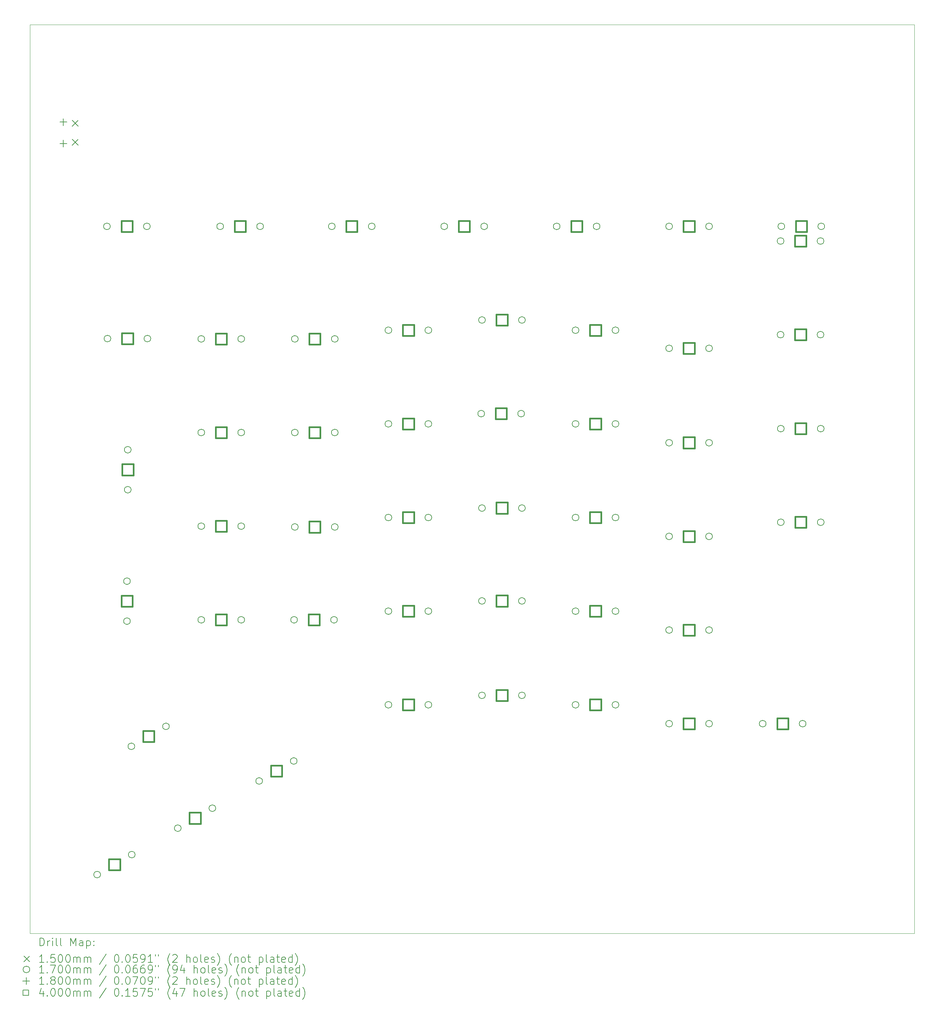
<source format=gbr>
%TF.GenerationSoftware,KiCad,Pcbnew,6.0.9-8da3e8f707~116~ubuntu20.04.1*%
%TF.CreationDate,2022-11-04T12:27:43+01:00*%
%TF.ProjectId,98keys-right,39386b65-7973-42d7-9269-6768742e6b69,rev?*%
%TF.SameCoordinates,Original*%
%TF.FileFunction,Drillmap*%
%TF.FilePolarity,Positive*%
%FSLAX45Y45*%
G04 Gerber Fmt 4.5, Leading zero omitted, Abs format (unit mm)*
G04 Created by KiCad (PCBNEW 6.0.9-8da3e8f707~116~ubuntu20.04.1) date 2022-11-04 12:27:43*
%MOMM*%
%LPD*%
G01*
G04 APERTURE LIST*
%ADD10C,0.100000*%
%ADD11C,0.200000*%
%ADD12C,0.150000*%
%ADD13C,0.170000*%
%ADD14C,0.180000*%
%ADD15C,0.400000*%
G04 APERTURE END LIST*
D10*
X6600000Y-2300000D02*
X29100000Y-2300000D01*
X29100000Y-2300000D02*
X29100000Y-25400000D01*
X29100000Y-25400000D02*
X6600000Y-25400000D01*
X6600000Y-25400000D02*
X6600000Y-2300000D01*
D11*
D12*
X7678000Y-4732500D02*
X7828000Y-4882500D01*
X7828000Y-4732500D02*
X7678000Y-4882500D01*
X7678000Y-5217500D02*
X7828000Y-5367500D01*
X7828000Y-5217500D02*
X7678000Y-5367500D01*
D13*
X8395059Y-23904001D02*
G75*
G03*
X8395059Y-23904001I-85000J0D01*
G01*
X8643000Y-7427960D02*
G75*
G03*
X8643000Y-7427960I-85000J0D01*
G01*
X8657000Y-10279960D02*
G75*
G03*
X8657000Y-10279960I-85000J0D01*
G01*
X9153000Y-16445960D02*
G75*
G03*
X9153000Y-16445960I-85000J0D01*
G01*
X9153000Y-17461960D02*
G75*
G03*
X9153000Y-17461960I-85000J0D01*
G01*
X9173000Y-13105960D02*
G75*
G03*
X9173000Y-13105960I-85000J0D01*
G01*
X9173000Y-14121960D02*
G75*
G03*
X9173000Y-14121960I-85000J0D01*
G01*
X9265059Y-20644001D02*
G75*
G03*
X9265059Y-20644001I-85000J0D01*
G01*
X9274941Y-23396001D02*
G75*
G03*
X9274941Y-23396001I-85000J0D01*
G01*
X9659000Y-7427960D02*
G75*
G03*
X9659000Y-7427960I-85000J0D01*
G01*
X9673000Y-10279960D02*
G75*
G03*
X9673000Y-10279960I-85000J0D01*
G01*
X10144941Y-20136001D02*
G75*
G03*
X10144941Y-20136001I-85000J0D01*
G01*
X10445059Y-22724001D02*
G75*
G03*
X10445059Y-22724001I-85000J0D01*
G01*
X11043000Y-10287960D02*
G75*
G03*
X11043000Y-10287960I-85000J0D01*
G01*
X11043000Y-12667960D02*
G75*
G03*
X11043000Y-12667960I-85000J0D01*
G01*
X11043000Y-15047960D02*
G75*
G03*
X11043000Y-15047960I-85000J0D01*
G01*
X11043000Y-17427960D02*
G75*
G03*
X11043000Y-17427960I-85000J0D01*
G01*
X11324940Y-22216001D02*
G75*
G03*
X11324940Y-22216001I-85000J0D01*
G01*
X11523000Y-7427960D02*
G75*
G03*
X11523000Y-7427960I-85000J0D01*
G01*
X12059000Y-10287960D02*
G75*
G03*
X12059000Y-10287960I-85000J0D01*
G01*
X12059000Y-12667960D02*
G75*
G03*
X12059000Y-12667960I-85000J0D01*
G01*
X12059000Y-15047960D02*
G75*
G03*
X12059000Y-15047960I-85000J0D01*
G01*
X12059000Y-17427960D02*
G75*
G03*
X12059000Y-17427960I-85000J0D01*
G01*
X12515059Y-21524001D02*
G75*
G03*
X12515059Y-21524001I-85000J0D01*
G01*
X12539000Y-7427960D02*
G75*
G03*
X12539000Y-7427960I-85000J0D01*
G01*
X13394940Y-21016001D02*
G75*
G03*
X13394940Y-21016001I-85000J0D01*
G01*
X13403000Y-17427960D02*
G75*
G03*
X13403000Y-17427960I-85000J0D01*
G01*
X13423000Y-10287960D02*
G75*
G03*
X13423000Y-10287960I-85000J0D01*
G01*
X13423000Y-12667960D02*
G75*
G03*
X13423000Y-12667960I-85000J0D01*
G01*
X13423000Y-15067960D02*
G75*
G03*
X13423000Y-15067960I-85000J0D01*
G01*
X14363000Y-7427960D02*
G75*
G03*
X14363000Y-7427960I-85000J0D01*
G01*
X14419000Y-17427960D02*
G75*
G03*
X14419000Y-17427960I-85000J0D01*
G01*
X14439000Y-10287960D02*
G75*
G03*
X14439000Y-10287960I-85000J0D01*
G01*
X14439000Y-12667960D02*
G75*
G03*
X14439000Y-12667960I-85000J0D01*
G01*
X14439000Y-15067960D02*
G75*
G03*
X14439000Y-15067960I-85000J0D01*
G01*
X15379000Y-7427960D02*
G75*
G03*
X15379000Y-7427960I-85000J0D01*
G01*
X15803000Y-10067960D02*
G75*
G03*
X15803000Y-10067960I-85000J0D01*
G01*
X15803000Y-12447960D02*
G75*
G03*
X15803000Y-12447960I-85000J0D01*
G01*
X15803000Y-14827960D02*
G75*
G03*
X15803000Y-14827960I-85000J0D01*
G01*
X15803000Y-17207960D02*
G75*
G03*
X15803000Y-17207960I-85000J0D01*
G01*
X15803000Y-19587960D02*
G75*
G03*
X15803000Y-19587960I-85000J0D01*
G01*
X16819000Y-10067960D02*
G75*
G03*
X16819000Y-10067960I-85000J0D01*
G01*
X16819000Y-12447960D02*
G75*
G03*
X16819000Y-12447960I-85000J0D01*
G01*
X16819000Y-14827960D02*
G75*
G03*
X16819000Y-14827960I-85000J0D01*
G01*
X16819000Y-17207960D02*
G75*
G03*
X16819000Y-17207960I-85000J0D01*
G01*
X16819000Y-19587960D02*
G75*
G03*
X16819000Y-19587960I-85000J0D01*
G01*
X17223000Y-7427960D02*
G75*
G03*
X17223000Y-7427960I-85000J0D01*
G01*
X18163000Y-12187960D02*
G75*
G03*
X18163000Y-12187960I-85000J0D01*
G01*
X18183000Y-9807960D02*
G75*
G03*
X18183000Y-9807960I-85000J0D01*
G01*
X18183000Y-14587960D02*
G75*
G03*
X18183000Y-14587960I-85000J0D01*
G01*
X18183000Y-16947960D02*
G75*
G03*
X18183000Y-16947960I-85000J0D01*
G01*
X18183000Y-19347960D02*
G75*
G03*
X18183000Y-19347960I-85000J0D01*
G01*
X18239000Y-7427960D02*
G75*
G03*
X18239000Y-7427960I-85000J0D01*
G01*
X19179000Y-12187960D02*
G75*
G03*
X19179000Y-12187960I-85000J0D01*
G01*
X19199000Y-9807960D02*
G75*
G03*
X19199000Y-9807960I-85000J0D01*
G01*
X19199000Y-14587960D02*
G75*
G03*
X19199000Y-14587960I-85000J0D01*
G01*
X19199000Y-16947960D02*
G75*
G03*
X19199000Y-16947960I-85000J0D01*
G01*
X19199000Y-19347960D02*
G75*
G03*
X19199000Y-19347960I-85000J0D01*
G01*
X20083000Y-7427960D02*
G75*
G03*
X20083000Y-7427960I-85000J0D01*
G01*
X20563000Y-10067960D02*
G75*
G03*
X20563000Y-10067960I-85000J0D01*
G01*
X20563000Y-12447960D02*
G75*
G03*
X20563000Y-12447960I-85000J0D01*
G01*
X20563000Y-14827960D02*
G75*
G03*
X20563000Y-14827960I-85000J0D01*
G01*
X20563000Y-17207960D02*
G75*
G03*
X20563000Y-17207960I-85000J0D01*
G01*
X20563000Y-19587960D02*
G75*
G03*
X20563000Y-19587960I-85000J0D01*
G01*
X21099000Y-7427960D02*
G75*
G03*
X21099000Y-7427960I-85000J0D01*
G01*
X21579000Y-10067960D02*
G75*
G03*
X21579000Y-10067960I-85000J0D01*
G01*
X21579000Y-12447960D02*
G75*
G03*
X21579000Y-12447960I-85000J0D01*
G01*
X21579000Y-14827960D02*
G75*
G03*
X21579000Y-14827960I-85000J0D01*
G01*
X21579000Y-17207960D02*
G75*
G03*
X21579000Y-17207960I-85000J0D01*
G01*
X21579000Y-19587960D02*
G75*
G03*
X21579000Y-19587960I-85000J0D01*
G01*
X22943000Y-7427960D02*
G75*
G03*
X22943000Y-7427960I-85000J0D01*
G01*
X22943000Y-10527960D02*
G75*
G03*
X22943000Y-10527960I-85000J0D01*
G01*
X22943000Y-12927960D02*
G75*
G03*
X22943000Y-12927960I-85000J0D01*
G01*
X22943000Y-15307960D02*
G75*
G03*
X22943000Y-15307960I-85000J0D01*
G01*
X22943000Y-17687960D02*
G75*
G03*
X22943000Y-17687960I-85000J0D01*
G01*
X22943000Y-20067960D02*
G75*
G03*
X22943000Y-20067960I-85000J0D01*
G01*
X23959000Y-7427960D02*
G75*
G03*
X23959000Y-7427960I-85000J0D01*
G01*
X23959000Y-10527960D02*
G75*
G03*
X23959000Y-10527960I-85000J0D01*
G01*
X23959000Y-12927960D02*
G75*
G03*
X23959000Y-12927960I-85000J0D01*
G01*
X23959000Y-15307960D02*
G75*
G03*
X23959000Y-15307960I-85000J0D01*
G01*
X23959000Y-17687960D02*
G75*
G03*
X23959000Y-17687960I-85000J0D01*
G01*
X23959000Y-20067960D02*
G75*
G03*
X23959000Y-20067960I-85000J0D01*
G01*
X25323000Y-20067960D02*
G75*
G03*
X25323000Y-20067960I-85000J0D01*
G01*
X25778000Y-7800500D02*
G75*
G03*
X25778000Y-7800500I-85000J0D01*
G01*
X25778000Y-10180500D02*
G75*
G03*
X25778000Y-10180500I-85000J0D01*
G01*
X25784000Y-12568500D02*
G75*
G03*
X25784000Y-12568500I-85000J0D01*
G01*
X25784000Y-14948500D02*
G75*
G03*
X25784000Y-14948500I-85000J0D01*
G01*
X25797000Y-7427960D02*
G75*
G03*
X25797000Y-7427960I-85000J0D01*
G01*
X26339000Y-20067960D02*
G75*
G03*
X26339000Y-20067960I-85000J0D01*
G01*
X26794000Y-7800500D02*
G75*
G03*
X26794000Y-7800500I-85000J0D01*
G01*
X26794000Y-10180500D02*
G75*
G03*
X26794000Y-10180500I-85000J0D01*
G01*
X26800000Y-12568500D02*
G75*
G03*
X26800000Y-12568500I-85000J0D01*
G01*
X26800000Y-14948500D02*
G75*
G03*
X26800000Y-14948500I-85000J0D01*
G01*
X26813000Y-7427960D02*
G75*
G03*
X26813000Y-7427960I-85000J0D01*
G01*
D14*
X7450000Y-4687500D02*
X7450000Y-4867500D01*
X7360000Y-4777500D02*
X7540000Y-4777500D01*
X7450000Y-5232500D02*
X7450000Y-5412500D01*
X7360000Y-5322500D02*
X7540000Y-5322500D01*
D15*
X8891422Y-23791424D02*
X8891422Y-23508578D01*
X8608577Y-23508578D01*
X8608577Y-23791424D01*
X8891422Y-23791424D01*
X9207423Y-7569383D02*
X9207423Y-7286537D01*
X8924577Y-7286537D01*
X8924577Y-7569383D01*
X9207423Y-7569383D01*
X9209423Y-17095383D02*
X9209423Y-16812537D01*
X8926577Y-16812537D01*
X8926577Y-17095383D01*
X9209423Y-17095383D01*
X9221423Y-10421383D02*
X9221423Y-10138537D01*
X8938577Y-10138537D01*
X8938577Y-10421383D01*
X9221423Y-10421383D01*
X9229423Y-13755383D02*
X9229423Y-13472537D01*
X8946577Y-13472537D01*
X8946577Y-13755383D01*
X9229423Y-13755383D01*
X9761422Y-20531424D02*
X9761422Y-20248578D01*
X9478577Y-20248578D01*
X9478577Y-20531424D01*
X9761422Y-20531424D01*
X10941422Y-22611424D02*
X10941422Y-22328578D01*
X10658577Y-22328578D01*
X10658577Y-22611424D01*
X10941422Y-22611424D01*
X11607423Y-10429383D02*
X11607423Y-10146537D01*
X11324577Y-10146537D01*
X11324577Y-10429383D01*
X11607423Y-10429383D01*
X11607423Y-12809383D02*
X11607423Y-12526537D01*
X11324577Y-12526537D01*
X11324577Y-12809383D01*
X11607423Y-12809383D01*
X11607423Y-15189383D02*
X11607423Y-14906537D01*
X11324577Y-14906537D01*
X11324577Y-15189383D01*
X11607423Y-15189383D01*
X11607423Y-17569383D02*
X11607423Y-17286537D01*
X11324577Y-17286537D01*
X11324577Y-17569383D01*
X11607423Y-17569383D01*
X12087423Y-7569383D02*
X12087423Y-7286537D01*
X11804577Y-7286537D01*
X11804577Y-7569383D01*
X12087423Y-7569383D01*
X13011422Y-21411424D02*
X13011422Y-21128578D01*
X12728577Y-21128578D01*
X12728577Y-21411424D01*
X13011422Y-21411424D01*
X13967423Y-17569383D02*
X13967423Y-17286537D01*
X13684577Y-17286537D01*
X13684577Y-17569383D01*
X13967423Y-17569383D01*
X13987423Y-10429383D02*
X13987423Y-10146537D01*
X13704577Y-10146537D01*
X13704577Y-10429383D01*
X13987423Y-10429383D01*
X13987423Y-12809383D02*
X13987423Y-12526537D01*
X13704577Y-12526537D01*
X13704577Y-12809383D01*
X13987423Y-12809383D01*
X13987423Y-15209383D02*
X13987423Y-14926537D01*
X13704577Y-14926537D01*
X13704577Y-15209383D01*
X13987423Y-15209383D01*
X14927423Y-7569383D02*
X14927423Y-7286537D01*
X14644577Y-7286537D01*
X14644577Y-7569383D01*
X14927423Y-7569383D01*
X16367423Y-10209383D02*
X16367423Y-9926537D01*
X16084577Y-9926537D01*
X16084577Y-10209383D01*
X16367423Y-10209383D01*
X16367423Y-12589383D02*
X16367423Y-12306537D01*
X16084577Y-12306537D01*
X16084577Y-12589383D01*
X16367423Y-12589383D01*
X16367423Y-14969383D02*
X16367423Y-14686537D01*
X16084577Y-14686537D01*
X16084577Y-14969383D01*
X16367423Y-14969383D01*
X16367423Y-17349383D02*
X16367423Y-17066537D01*
X16084577Y-17066537D01*
X16084577Y-17349383D01*
X16367423Y-17349383D01*
X16367423Y-19729383D02*
X16367423Y-19446537D01*
X16084577Y-19446537D01*
X16084577Y-19729383D01*
X16367423Y-19729383D01*
X17787423Y-7569383D02*
X17787423Y-7286537D01*
X17504577Y-7286537D01*
X17504577Y-7569383D01*
X17787423Y-7569383D01*
X18727423Y-12329383D02*
X18727423Y-12046537D01*
X18444577Y-12046537D01*
X18444577Y-12329383D01*
X18727423Y-12329383D01*
X18747423Y-9949383D02*
X18747423Y-9666537D01*
X18464577Y-9666537D01*
X18464577Y-9949383D01*
X18747423Y-9949383D01*
X18747423Y-14729383D02*
X18747423Y-14446537D01*
X18464577Y-14446537D01*
X18464577Y-14729383D01*
X18747423Y-14729383D01*
X18747423Y-17089383D02*
X18747423Y-16806537D01*
X18464577Y-16806537D01*
X18464577Y-17089383D01*
X18747423Y-17089383D01*
X18747423Y-19489383D02*
X18747423Y-19206537D01*
X18464577Y-19206537D01*
X18464577Y-19489383D01*
X18747423Y-19489383D01*
X20647423Y-7569383D02*
X20647423Y-7286537D01*
X20364577Y-7286537D01*
X20364577Y-7569383D01*
X20647423Y-7569383D01*
X21127423Y-10209383D02*
X21127423Y-9926537D01*
X20844577Y-9926537D01*
X20844577Y-10209383D01*
X21127423Y-10209383D01*
X21127423Y-12589383D02*
X21127423Y-12306537D01*
X20844577Y-12306537D01*
X20844577Y-12589383D01*
X21127423Y-12589383D01*
X21127423Y-14969383D02*
X21127423Y-14686537D01*
X20844577Y-14686537D01*
X20844577Y-14969383D01*
X21127423Y-14969383D01*
X21127423Y-17349383D02*
X21127423Y-17066537D01*
X20844577Y-17066537D01*
X20844577Y-17349383D01*
X21127423Y-17349383D01*
X21127423Y-19729383D02*
X21127423Y-19446537D01*
X20844577Y-19446537D01*
X20844577Y-19729383D01*
X21127423Y-19729383D01*
X23507423Y-7569383D02*
X23507423Y-7286537D01*
X23224577Y-7286537D01*
X23224577Y-7569383D01*
X23507423Y-7569383D01*
X23507423Y-10669383D02*
X23507423Y-10386537D01*
X23224577Y-10386537D01*
X23224577Y-10669383D01*
X23507423Y-10669383D01*
X23507423Y-13069383D02*
X23507423Y-12786537D01*
X23224577Y-12786537D01*
X23224577Y-13069383D01*
X23507423Y-13069383D01*
X23507423Y-15449383D02*
X23507423Y-15166537D01*
X23224577Y-15166537D01*
X23224577Y-15449383D01*
X23507423Y-15449383D01*
X23507423Y-17829383D02*
X23507423Y-17546537D01*
X23224577Y-17546537D01*
X23224577Y-17829383D01*
X23507423Y-17829383D01*
X23507423Y-20209383D02*
X23507423Y-19926537D01*
X23224577Y-19926537D01*
X23224577Y-20209383D01*
X23507423Y-20209383D01*
X25887423Y-20209383D02*
X25887423Y-19926537D01*
X25604577Y-19926537D01*
X25604577Y-20209383D01*
X25887423Y-20209383D01*
X26342423Y-7941923D02*
X26342423Y-7659077D01*
X26059577Y-7659077D01*
X26059577Y-7941923D01*
X26342423Y-7941923D01*
X26342423Y-10321923D02*
X26342423Y-10039077D01*
X26059577Y-10039077D01*
X26059577Y-10321923D01*
X26342423Y-10321923D01*
X26348423Y-12709923D02*
X26348423Y-12427077D01*
X26065577Y-12427077D01*
X26065577Y-12709923D01*
X26348423Y-12709923D01*
X26348423Y-15089923D02*
X26348423Y-14807077D01*
X26065577Y-14807077D01*
X26065577Y-15089923D01*
X26348423Y-15089923D01*
X26361423Y-7569383D02*
X26361423Y-7286537D01*
X26078577Y-7286537D01*
X26078577Y-7569383D01*
X26361423Y-7569383D01*
D11*
X6852619Y-25715476D02*
X6852619Y-25515476D01*
X6900238Y-25515476D01*
X6928809Y-25525000D01*
X6947857Y-25544048D01*
X6957381Y-25563095D01*
X6966905Y-25601190D01*
X6966905Y-25629762D01*
X6957381Y-25667857D01*
X6947857Y-25686905D01*
X6928809Y-25705952D01*
X6900238Y-25715476D01*
X6852619Y-25715476D01*
X7052619Y-25715476D02*
X7052619Y-25582143D01*
X7052619Y-25620238D02*
X7062143Y-25601190D01*
X7071667Y-25591667D01*
X7090714Y-25582143D01*
X7109762Y-25582143D01*
X7176428Y-25715476D02*
X7176428Y-25582143D01*
X7176428Y-25515476D02*
X7166905Y-25525000D01*
X7176428Y-25534524D01*
X7185952Y-25525000D01*
X7176428Y-25515476D01*
X7176428Y-25534524D01*
X7300238Y-25715476D02*
X7281190Y-25705952D01*
X7271667Y-25686905D01*
X7271667Y-25515476D01*
X7405000Y-25715476D02*
X7385952Y-25705952D01*
X7376428Y-25686905D01*
X7376428Y-25515476D01*
X7633571Y-25715476D02*
X7633571Y-25515476D01*
X7700238Y-25658333D01*
X7766905Y-25515476D01*
X7766905Y-25715476D01*
X7947857Y-25715476D02*
X7947857Y-25610714D01*
X7938333Y-25591667D01*
X7919286Y-25582143D01*
X7881190Y-25582143D01*
X7862143Y-25591667D01*
X7947857Y-25705952D02*
X7928809Y-25715476D01*
X7881190Y-25715476D01*
X7862143Y-25705952D01*
X7852619Y-25686905D01*
X7852619Y-25667857D01*
X7862143Y-25648809D01*
X7881190Y-25639286D01*
X7928809Y-25639286D01*
X7947857Y-25629762D01*
X8043095Y-25582143D02*
X8043095Y-25782143D01*
X8043095Y-25591667D02*
X8062143Y-25582143D01*
X8100238Y-25582143D01*
X8119286Y-25591667D01*
X8128809Y-25601190D01*
X8138333Y-25620238D01*
X8138333Y-25677381D01*
X8128809Y-25696428D01*
X8119286Y-25705952D01*
X8100238Y-25715476D01*
X8062143Y-25715476D01*
X8043095Y-25705952D01*
X8224048Y-25696428D02*
X8233571Y-25705952D01*
X8224048Y-25715476D01*
X8214524Y-25705952D01*
X8224048Y-25696428D01*
X8224048Y-25715476D01*
X8224048Y-25591667D02*
X8233571Y-25601190D01*
X8224048Y-25610714D01*
X8214524Y-25601190D01*
X8224048Y-25591667D01*
X8224048Y-25610714D01*
D12*
X6445000Y-25970000D02*
X6595000Y-26120000D01*
X6595000Y-25970000D02*
X6445000Y-26120000D01*
D11*
X6957381Y-26135476D02*
X6843095Y-26135476D01*
X6900238Y-26135476D02*
X6900238Y-25935476D01*
X6881190Y-25964048D01*
X6862143Y-25983095D01*
X6843095Y-25992619D01*
X7043095Y-26116428D02*
X7052619Y-26125952D01*
X7043095Y-26135476D01*
X7033571Y-26125952D01*
X7043095Y-26116428D01*
X7043095Y-26135476D01*
X7233571Y-25935476D02*
X7138333Y-25935476D01*
X7128809Y-26030714D01*
X7138333Y-26021190D01*
X7157381Y-26011667D01*
X7205000Y-26011667D01*
X7224048Y-26021190D01*
X7233571Y-26030714D01*
X7243095Y-26049762D01*
X7243095Y-26097381D01*
X7233571Y-26116428D01*
X7224048Y-26125952D01*
X7205000Y-26135476D01*
X7157381Y-26135476D01*
X7138333Y-26125952D01*
X7128809Y-26116428D01*
X7366905Y-25935476D02*
X7385952Y-25935476D01*
X7405000Y-25945000D01*
X7414524Y-25954524D01*
X7424048Y-25973571D01*
X7433571Y-26011667D01*
X7433571Y-26059286D01*
X7424048Y-26097381D01*
X7414524Y-26116428D01*
X7405000Y-26125952D01*
X7385952Y-26135476D01*
X7366905Y-26135476D01*
X7347857Y-26125952D01*
X7338333Y-26116428D01*
X7328809Y-26097381D01*
X7319286Y-26059286D01*
X7319286Y-26011667D01*
X7328809Y-25973571D01*
X7338333Y-25954524D01*
X7347857Y-25945000D01*
X7366905Y-25935476D01*
X7557381Y-25935476D02*
X7576428Y-25935476D01*
X7595476Y-25945000D01*
X7605000Y-25954524D01*
X7614524Y-25973571D01*
X7624048Y-26011667D01*
X7624048Y-26059286D01*
X7614524Y-26097381D01*
X7605000Y-26116428D01*
X7595476Y-26125952D01*
X7576428Y-26135476D01*
X7557381Y-26135476D01*
X7538333Y-26125952D01*
X7528809Y-26116428D01*
X7519286Y-26097381D01*
X7509762Y-26059286D01*
X7509762Y-26011667D01*
X7519286Y-25973571D01*
X7528809Y-25954524D01*
X7538333Y-25945000D01*
X7557381Y-25935476D01*
X7709762Y-26135476D02*
X7709762Y-26002143D01*
X7709762Y-26021190D02*
X7719286Y-26011667D01*
X7738333Y-26002143D01*
X7766905Y-26002143D01*
X7785952Y-26011667D01*
X7795476Y-26030714D01*
X7795476Y-26135476D01*
X7795476Y-26030714D02*
X7805000Y-26011667D01*
X7824048Y-26002143D01*
X7852619Y-26002143D01*
X7871667Y-26011667D01*
X7881190Y-26030714D01*
X7881190Y-26135476D01*
X7976428Y-26135476D02*
X7976428Y-26002143D01*
X7976428Y-26021190D02*
X7985952Y-26011667D01*
X8005000Y-26002143D01*
X8033571Y-26002143D01*
X8052619Y-26011667D01*
X8062143Y-26030714D01*
X8062143Y-26135476D01*
X8062143Y-26030714D02*
X8071667Y-26011667D01*
X8090714Y-26002143D01*
X8119286Y-26002143D01*
X8138333Y-26011667D01*
X8147857Y-26030714D01*
X8147857Y-26135476D01*
X8538333Y-25925952D02*
X8366905Y-26183095D01*
X8795476Y-25935476D02*
X8814524Y-25935476D01*
X8833571Y-25945000D01*
X8843095Y-25954524D01*
X8852619Y-25973571D01*
X8862143Y-26011667D01*
X8862143Y-26059286D01*
X8852619Y-26097381D01*
X8843095Y-26116428D01*
X8833571Y-26125952D01*
X8814524Y-26135476D01*
X8795476Y-26135476D01*
X8776429Y-26125952D01*
X8766905Y-26116428D01*
X8757381Y-26097381D01*
X8747857Y-26059286D01*
X8747857Y-26011667D01*
X8757381Y-25973571D01*
X8766905Y-25954524D01*
X8776429Y-25945000D01*
X8795476Y-25935476D01*
X8947857Y-26116428D02*
X8957381Y-26125952D01*
X8947857Y-26135476D01*
X8938333Y-26125952D01*
X8947857Y-26116428D01*
X8947857Y-26135476D01*
X9081190Y-25935476D02*
X9100238Y-25935476D01*
X9119286Y-25945000D01*
X9128810Y-25954524D01*
X9138333Y-25973571D01*
X9147857Y-26011667D01*
X9147857Y-26059286D01*
X9138333Y-26097381D01*
X9128810Y-26116428D01*
X9119286Y-26125952D01*
X9100238Y-26135476D01*
X9081190Y-26135476D01*
X9062143Y-26125952D01*
X9052619Y-26116428D01*
X9043095Y-26097381D01*
X9033571Y-26059286D01*
X9033571Y-26011667D01*
X9043095Y-25973571D01*
X9052619Y-25954524D01*
X9062143Y-25945000D01*
X9081190Y-25935476D01*
X9328810Y-25935476D02*
X9233571Y-25935476D01*
X9224048Y-26030714D01*
X9233571Y-26021190D01*
X9252619Y-26011667D01*
X9300238Y-26011667D01*
X9319286Y-26021190D01*
X9328810Y-26030714D01*
X9338333Y-26049762D01*
X9338333Y-26097381D01*
X9328810Y-26116428D01*
X9319286Y-26125952D01*
X9300238Y-26135476D01*
X9252619Y-26135476D01*
X9233571Y-26125952D01*
X9224048Y-26116428D01*
X9433571Y-26135476D02*
X9471667Y-26135476D01*
X9490714Y-26125952D01*
X9500238Y-26116428D01*
X9519286Y-26087857D01*
X9528810Y-26049762D01*
X9528810Y-25973571D01*
X9519286Y-25954524D01*
X9509762Y-25945000D01*
X9490714Y-25935476D01*
X9452619Y-25935476D01*
X9433571Y-25945000D01*
X9424048Y-25954524D01*
X9414524Y-25973571D01*
X9414524Y-26021190D01*
X9424048Y-26040238D01*
X9433571Y-26049762D01*
X9452619Y-26059286D01*
X9490714Y-26059286D01*
X9509762Y-26049762D01*
X9519286Y-26040238D01*
X9528810Y-26021190D01*
X9719286Y-26135476D02*
X9605000Y-26135476D01*
X9662143Y-26135476D02*
X9662143Y-25935476D01*
X9643095Y-25964048D01*
X9624048Y-25983095D01*
X9605000Y-25992619D01*
X9795476Y-25935476D02*
X9795476Y-25973571D01*
X9871667Y-25935476D02*
X9871667Y-25973571D01*
X10166905Y-26211667D02*
X10157381Y-26202143D01*
X10138333Y-26173571D01*
X10128810Y-26154524D01*
X10119286Y-26125952D01*
X10109762Y-26078333D01*
X10109762Y-26040238D01*
X10119286Y-25992619D01*
X10128810Y-25964048D01*
X10138333Y-25945000D01*
X10157381Y-25916428D01*
X10166905Y-25906905D01*
X10233571Y-25954524D02*
X10243095Y-25945000D01*
X10262143Y-25935476D01*
X10309762Y-25935476D01*
X10328810Y-25945000D01*
X10338333Y-25954524D01*
X10347857Y-25973571D01*
X10347857Y-25992619D01*
X10338333Y-26021190D01*
X10224048Y-26135476D01*
X10347857Y-26135476D01*
X10585952Y-26135476D02*
X10585952Y-25935476D01*
X10671667Y-26135476D02*
X10671667Y-26030714D01*
X10662143Y-26011667D01*
X10643095Y-26002143D01*
X10614524Y-26002143D01*
X10595476Y-26011667D01*
X10585952Y-26021190D01*
X10795476Y-26135476D02*
X10776429Y-26125952D01*
X10766905Y-26116428D01*
X10757381Y-26097381D01*
X10757381Y-26040238D01*
X10766905Y-26021190D01*
X10776429Y-26011667D01*
X10795476Y-26002143D01*
X10824048Y-26002143D01*
X10843095Y-26011667D01*
X10852619Y-26021190D01*
X10862143Y-26040238D01*
X10862143Y-26097381D01*
X10852619Y-26116428D01*
X10843095Y-26125952D01*
X10824048Y-26135476D01*
X10795476Y-26135476D01*
X10976429Y-26135476D02*
X10957381Y-26125952D01*
X10947857Y-26106905D01*
X10947857Y-25935476D01*
X11128810Y-26125952D02*
X11109762Y-26135476D01*
X11071667Y-26135476D01*
X11052619Y-26125952D01*
X11043095Y-26106905D01*
X11043095Y-26030714D01*
X11052619Y-26011667D01*
X11071667Y-26002143D01*
X11109762Y-26002143D01*
X11128810Y-26011667D01*
X11138333Y-26030714D01*
X11138333Y-26049762D01*
X11043095Y-26068809D01*
X11214524Y-26125952D02*
X11233571Y-26135476D01*
X11271667Y-26135476D01*
X11290714Y-26125952D01*
X11300238Y-26106905D01*
X11300238Y-26097381D01*
X11290714Y-26078333D01*
X11271667Y-26068809D01*
X11243095Y-26068809D01*
X11224048Y-26059286D01*
X11214524Y-26040238D01*
X11214524Y-26030714D01*
X11224048Y-26011667D01*
X11243095Y-26002143D01*
X11271667Y-26002143D01*
X11290714Y-26011667D01*
X11366905Y-26211667D02*
X11376428Y-26202143D01*
X11395476Y-26173571D01*
X11405000Y-26154524D01*
X11414524Y-26125952D01*
X11424048Y-26078333D01*
X11424048Y-26040238D01*
X11414524Y-25992619D01*
X11405000Y-25964048D01*
X11395476Y-25945000D01*
X11376428Y-25916428D01*
X11366905Y-25906905D01*
X11728809Y-26211667D02*
X11719286Y-26202143D01*
X11700238Y-26173571D01*
X11690714Y-26154524D01*
X11681190Y-26125952D01*
X11671667Y-26078333D01*
X11671667Y-26040238D01*
X11681190Y-25992619D01*
X11690714Y-25964048D01*
X11700238Y-25945000D01*
X11719286Y-25916428D01*
X11728809Y-25906905D01*
X11805000Y-26002143D02*
X11805000Y-26135476D01*
X11805000Y-26021190D02*
X11814524Y-26011667D01*
X11833571Y-26002143D01*
X11862143Y-26002143D01*
X11881190Y-26011667D01*
X11890714Y-26030714D01*
X11890714Y-26135476D01*
X12014524Y-26135476D02*
X11995476Y-26125952D01*
X11985952Y-26116428D01*
X11976428Y-26097381D01*
X11976428Y-26040238D01*
X11985952Y-26021190D01*
X11995476Y-26011667D01*
X12014524Y-26002143D01*
X12043095Y-26002143D01*
X12062143Y-26011667D01*
X12071667Y-26021190D01*
X12081190Y-26040238D01*
X12081190Y-26097381D01*
X12071667Y-26116428D01*
X12062143Y-26125952D01*
X12043095Y-26135476D01*
X12014524Y-26135476D01*
X12138333Y-26002143D02*
X12214524Y-26002143D01*
X12166905Y-25935476D02*
X12166905Y-26106905D01*
X12176428Y-26125952D01*
X12195476Y-26135476D01*
X12214524Y-26135476D01*
X12433571Y-26002143D02*
X12433571Y-26202143D01*
X12433571Y-26011667D02*
X12452619Y-26002143D01*
X12490714Y-26002143D01*
X12509762Y-26011667D01*
X12519286Y-26021190D01*
X12528809Y-26040238D01*
X12528809Y-26097381D01*
X12519286Y-26116428D01*
X12509762Y-26125952D01*
X12490714Y-26135476D01*
X12452619Y-26135476D01*
X12433571Y-26125952D01*
X12643095Y-26135476D02*
X12624048Y-26125952D01*
X12614524Y-26106905D01*
X12614524Y-25935476D01*
X12805000Y-26135476D02*
X12805000Y-26030714D01*
X12795476Y-26011667D01*
X12776428Y-26002143D01*
X12738333Y-26002143D01*
X12719286Y-26011667D01*
X12805000Y-26125952D02*
X12785952Y-26135476D01*
X12738333Y-26135476D01*
X12719286Y-26125952D01*
X12709762Y-26106905D01*
X12709762Y-26087857D01*
X12719286Y-26068809D01*
X12738333Y-26059286D01*
X12785952Y-26059286D01*
X12805000Y-26049762D01*
X12871667Y-26002143D02*
X12947857Y-26002143D01*
X12900238Y-25935476D02*
X12900238Y-26106905D01*
X12909762Y-26125952D01*
X12928809Y-26135476D01*
X12947857Y-26135476D01*
X13090714Y-26125952D02*
X13071667Y-26135476D01*
X13033571Y-26135476D01*
X13014524Y-26125952D01*
X13005000Y-26106905D01*
X13005000Y-26030714D01*
X13014524Y-26011667D01*
X13033571Y-26002143D01*
X13071667Y-26002143D01*
X13090714Y-26011667D01*
X13100238Y-26030714D01*
X13100238Y-26049762D01*
X13005000Y-26068809D01*
X13271667Y-26135476D02*
X13271667Y-25935476D01*
X13271667Y-26125952D02*
X13252619Y-26135476D01*
X13214524Y-26135476D01*
X13195476Y-26125952D01*
X13185952Y-26116428D01*
X13176428Y-26097381D01*
X13176428Y-26040238D01*
X13185952Y-26021190D01*
X13195476Y-26011667D01*
X13214524Y-26002143D01*
X13252619Y-26002143D01*
X13271667Y-26011667D01*
X13347857Y-26211667D02*
X13357381Y-26202143D01*
X13376428Y-26173571D01*
X13385952Y-26154524D01*
X13395476Y-26125952D01*
X13405000Y-26078333D01*
X13405000Y-26040238D01*
X13395476Y-25992619D01*
X13385952Y-25964048D01*
X13376428Y-25945000D01*
X13357381Y-25916428D01*
X13347857Y-25906905D01*
D13*
X6595000Y-26315000D02*
G75*
G03*
X6595000Y-26315000I-85000J0D01*
G01*
D11*
X6957381Y-26405476D02*
X6843095Y-26405476D01*
X6900238Y-26405476D02*
X6900238Y-26205476D01*
X6881190Y-26234048D01*
X6862143Y-26253095D01*
X6843095Y-26262619D01*
X7043095Y-26386428D02*
X7052619Y-26395952D01*
X7043095Y-26405476D01*
X7033571Y-26395952D01*
X7043095Y-26386428D01*
X7043095Y-26405476D01*
X7119286Y-26205476D02*
X7252619Y-26205476D01*
X7166905Y-26405476D01*
X7366905Y-26205476D02*
X7385952Y-26205476D01*
X7405000Y-26215000D01*
X7414524Y-26224524D01*
X7424048Y-26243571D01*
X7433571Y-26281667D01*
X7433571Y-26329286D01*
X7424048Y-26367381D01*
X7414524Y-26386428D01*
X7405000Y-26395952D01*
X7385952Y-26405476D01*
X7366905Y-26405476D01*
X7347857Y-26395952D01*
X7338333Y-26386428D01*
X7328809Y-26367381D01*
X7319286Y-26329286D01*
X7319286Y-26281667D01*
X7328809Y-26243571D01*
X7338333Y-26224524D01*
X7347857Y-26215000D01*
X7366905Y-26205476D01*
X7557381Y-26205476D02*
X7576428Y-26205476D01*
X7595476Y-26215000D01*
X7605000Y-26224524D01*
X7614524Y-26243571D01*
X7624048Y-26281667D01*
X7624048Y-26329286D01*
X7614524Y-26367381D01*
X7605000Y-26386428D01*
X7595476Y-26395952D01*
X7576428Y-26405476D01*
X7557381Y-26405476D01*
X7538333Y-26395952D01*
X7528809Y-26386428D01*
X7519286Y-26367381D01*
X7509762Y-26329286D01*
X7509762Y-26281667D01*
X7519286Y-26243571D01*
X7528809Y-26224524D01*
X7538333Y-26215000D01*
X7557381Y-26205476D01*
X7709762Y-26405476D02*
X7709762Y-26272143D01*
X7709762Y-26291190D02*
X7719286Y-26281667D01*
X7738333Y-26272143D01*
X7766905Y-26272143D01*
X7785952Y-26281667D01*
X7795476Y-26300714D01*
X7795476Y-26405476D01*
X7795476Y-26300714D02*
X7805000Y-26281667D01*
X7824048Y-26272143D01*
X7852619Y-26272143D01*
X7871667Y-26281667D01*
X7881190Y-26300714D01*
X7881190Y-26405476D01*
X7976428Y-26405476D02*
X7976428Y-26272143D01*
X7976428Y-26291190D02*
X7985952Y-26281667D01*
X8005000Y-26272143D01*
X8033571Y-26272143D01*
X8052619Y-26281667D01*
X8062143Y-26300714D01*
X8062143Y-26405476D01*
X8062143Y-26300714D02*
X8071667Y-26281667D01*
X8090714Y-26272143D01*
X8119286Y-26272143D01*
X8138333Y-26281667D01*
X8147857Y-26300714D01*
X8147857Y-26405476D01*
X8538333Y-26195952D02*
X8366905Y-26453095D01*
X8795476Y-26205476D02*
X8814524Y-26205476D01*
X8833571Y-26215000D01*
X8843095Y-26224524D01*
X8852619Y-26243571D01*
X8862143Y-26281667D01*
X8862143Y-26329286D01*
X8852619Y-26367381D01*
X8843095Y-26386428D01*
X8833571Y-26395952D01*
X8814524Y-26405476D01*
X8795476Y-26405476D01*
X8776429Y-26395952D01*
X8766905Y-26386428D01*
X8757381Y-26367381D01*
X8747857Y-26329286D01*
X8747857Y-26281667D01*
X8757381Y-26243571D01*
X8766905Y-26224524D01*
X8776429Y-26215000D01*
X8795476Y-26205476D01*
X8947857Y-26386428D02*
X8957381Y-26395952D01*
X8947857Y-26405476D01*
X8938333Y-26395952D01*
X8947857Y-26386428D01*
X8947857Y-26405476D01*
X9081190Y-26205476D02*
X9100238Y-26205476D01*
X9119286Y-26215000D01*
X9128810Y-26224524D01*
X9138333Y-26243571D01*
X9147857Y-26281667D01*
X9147857Y-26329286D01*
X9138333Y-26367381D01*
X9128810Y-26386428D01*
X9119286Y-26395952D01*
X9100238Y-26405476D01*
X9081190Y-26405476D01*
X9062143Y-26395952D01*
X9052619Y-26386428D01*
X9043095Y-26367381D01*
X9033571Y-26329286D01*
X9033571Y-26281667D01*
X9043095Y-26243571D01*
X9052619Y-26224524D01*
X9062143Y-26215000D01*
X9081190Y-26205476D01*
X9319286Y-26205476D02*
X9281190Y-26205476D01*
X9262143Y-26215000D01*
X9252619Y-26224524D01*
X9233571Y-26253095D01*
X9224048Y-26291190D01*
X9224048Y-26367381D01*
X9233571Y-26386428D01*
X9243095Y-26395952D01*
X9262143Y-26405476D01*
X9300238Y-26405476D01*
X9319286Y-26395952D01*
X9328810Y-26386428D01*
X9338333Y-26367381D01*
X9338333Y-26319762D01*
X9328810Y-26300714D01*
X9319286Y-26291190D01*
X9300238Y-26281667D01*
X9262143Y-26281667D01*
X9243095Y-26291190D01*
X9233571Y-26300714D01*
X9224048Y-26319762D01*
X9509762Y-26205476D02*
X9471667Y-26205476D01*
X9452619Y-26215000D01*
X9443095Y-26224524D01*
X9424048Y-26253095D01*
X9414524Y-26291190D01*
X9414524Y-26367381D01*
X9424048Y-26386428D01*
X9433571Y-26395952D01*
X9452619Y-26405476D01*
X9490714Y-26405476D01*
X9509762Y-26395952D01*
X9519286Y-26386428D01*
X9528810Y-26367381D01*
X9528810Y-26319762D01*
X9519286Y-26300714D01*
X9509762Y-26291190D01*
X9490714Y-26281667D01*
X9452619Y-26281667D01*
X9433571Y-26291190D01*
X9424048Y-26300714D01*
X9414524Y-26319762D01*
X9624048Y-26405476D02*
X9662143Y-26405476D01*
X9681190Y-26395952D01*
X9690714Y-26386428D01*
X9709762Y-26357857D01*
X9719286Y-26319762D01*
X9719286Y-26243571D01*
X9709762Y-26224524D01*
X9700238Y-26215000D01*
X9681190Y-26205476D01*
X9643095Y-26205476D01*
X9624048Y-26215000D01*
X9614524Y-26224524D01*
X9605000Y-26243571D01*
X9605000Y-26291190D01*
X9614524Y-26310238D01*
X9624048Y-26319762D01*
X9643095Y-26329286D01*
X9681190Y-26329286D01*
X9700238Y-26319762D01*
X9709762Y-26310238D01*
X9719286Y-26291190D01*
X9795476Y-26205476D02*
X9795476Y-26243571D01*
X9871667Y-26205476D02*
X9871667Y-26243571D01*
X10166905Y-26481667D02*
X10157381Y-26472143D01*
X10138333Y-26443571D01*
X10128810Y-26424524D01*
X10119286Y-26395952D01*
X10109762Y-26348333D01*
X10109762Y-26310238D01*
X10119286Y-26262619D01*
X10128810Y-26234048D01*
X10138333Y-26215000D01*
X10157381Y-26186428D01*
X10166905Y-26176905D01*
X10252619Y-26405476D02*
X10290714Y-26405476D01*
X10309762Y-26395952D01*
X10319286Y-26386428D01*
X10338333Y-26357857D01*
X10347857Y-26319762D01*
X10347857Y-26243571D01*
X10338333Y-26224524D01*
X10328810Y-26215000D01*
X10309762Y-26205476D01*
X10271667Y-26205476D01*
X10252619Y-26215000D01*
X10243095Y-26224524D01*
X10233571Y-26243571D01*
X10233571Y-26291190D01*
X10243095Y-26310238D01*
X10252619Y-26319762D01*
X10271667Y-26329286D01*
X10309762Y-26329286D01*
X10328810Y-26319762D01*
X10338333Y-26310238D01*
X10347857Y-26291190D01*
X10519286Y-26272143D02*
X10519286Y-26405476D01*
X10471667Y-26195952D02*
X10424048Y-26338809D01*
X10547857Y-26338809D01*
X10776429Y-26405476D02*
X10776429Y-26205476D01*
X10862143Y-26405476D02*
X10862143Y-26300714D01*
X10852619Y-26281667D01*
X10833571Y-26272143D01*
X10805000Y-26272143D01*
X10785952Y-26281667D01*
X10776429Y-26291190D01*
X10985952Y-26405476D02*
X10966905Y-26395952D01*
X10957381Y-26386428D01*
X10947857Y-26367381D01*
X10947857Y-26310238D01*
X10957381Y-26291190D01*
X10966905Y-26281667D01*
X10985952Y-26272143D01*
X11014524Y-26272143D01*
X11033571Y-26281667D01*
X11043095Y-26291190D01*
X11052619Y-26310238D01*
X11052619Y-26367381D01*
X11043095Y-26386428D01*
X11033571Y-26395952D01*
X11014524Y-26405476D01*
X10985952Y-26405476D01*
X11166905Y-26405476D02*
X11147857Y-26395952D01*
X11138333Y-26376905D01*
X11138333Y-26205476D01*
X11319286Y-26395952D02*
X11300238Y-26405476D01*
X11262143Y-26405476D01*
X11243095Y-26395952D01*
X11233571Y-26376905D01*
X11233571Y-26300714D01*
X11243095Y-26281667D01*
X11262143Y-26272143D01*
X11300238Y-26272143D01*
X11319286Y-26281667D01*
X11328809Y-26300714D01*
X11328809Y-26319762D01*
X11233571Y-26338809D01*
X11405000Y-26395952D02*
X11424048Y-26405476D01*
X11462143Y-26405476D01*
X11481190Y-26395952D01*
X11490714Y-26376905D01*
X11490714Y-26367381D01*
X11481190Y-26348333D01*
X11462143Y-26338809D01*
X11433571Y-26338809D01*
X11414524Y-26329286D01*
X11405000Y-26310238D01*
X11405000Y-26300714D01*
X11414524Y-26281667D01*
X11433571Y-26272143D01*
X11462143Y-26272143D01*
X11481190Y-26281667D01*
X11557381Y-26481667D02*
X11566905Y-26472143D01*
X11585952Y-26443571D01*
X11595476Y-26424524D01*
X11605000Y-26395952D01*
X11614524Y-26348333D01*
X11614524Y-26310238D01*
X11605000Y-26262619D01*
X11595476Y-26234048D01*
X11585952Y-26215000D01*
X11566905Y-26186428D01*
X11557381Y-26176905D01*
X11919286Y-26481667D02*
X11909762Y-26472143D01*
X11890714Y-26443571D01*
X11881190Y-26424524D01*
X11871667Y-26395952D01*
X11862143Y-26348333D01*
X11862143Y-26310238D01*
X11871667Y-26262619D01*
X11881190Y-26234048D01*
X11890714Y-26215000D01*
X11909762Y-26186428D01*
X11919286Y-26176905D01*
X11995476Y-26272143D02*
X11995476Y-26405476D01*
X11995476Y-26291190D02*
X12005000Y-26281667D01*
X12024048Y-26272143D01*
X12052619Y-26272143D01*
X12071667Y-26281667D01*
X12081190Y-26300714D01*
X12081190Y-26405476D01*
X12205000Y-26405476D02*
X12185952Y-26395952D01*
X12176428Y-26386428D01*
X12166905Y-26367381D01*
X12166905Y-26310238D01*
X12176428Y-26291190D01*
X12185952Y-26281667D01*
X12205000Y-26272143D01*
X12233571Y-26272143D01*
X12252619Y-26281667D01*
X12262143Y-26291190D01*
X12271667Y-26310238D01*
X12271667Y-26367381D01*
X12262143Y-26386428D01*
X12252619Y-26395952D01*
X12233571Y-26405476D01*
X12205000Y-26405476D01*
X12328809Y-26272143D02*
X12405000Y-26272143D01*
X12357381Y-26205476D02*
X12357381Y-26376905D01*
X12366905Y-26395952D01*
X12385952Y-26405476D01*
X12405000Y-26405476D01*
X12624048Y-26272143D02*
X12624048Y-26472143D01*
X12624048Y-26281667D02*
X12643095Y-26272143D01*
X12681190Y-26272143D01*
X12700238Y-26281667D01*
X12709762Y-26291190D01*
X12719286Y-26310238D01*
X12719286Y-26367381D01*
X12709762Y-26386428D01*
X12700238Y-26395952D01*
X12681190Y-26405476D01*
X12643095Y-26405476D01*
X12624048Y-26395952D01*
X12833571Y-26405476D02*
X12814524Y-26395952D01*
X12805000Y-26376905D01*
X12805000Y-26205476D01*
X12995476Y-26405476D02*
X12995476Y-26300714D01*
X12985952Y-26281667D01*
X12966905Y-26272143D01*
X12928809Y-26272143D01*
X12909762Y-26281667D01*
X12995476Y-26395952D02*
X12976428Y-26405476D01*
X12928809Y-26405476D01*
X12909762Y-26395952D01*
X12900238Y-26376905D01*
X12900238Y-26357857D01*
X12909762Y-26338809D01*
X12928809Y-26329286D01*
X12976428Y-26329286D01*
X12995476Y-26319762D01*
X13062143Y-26272143D02*
X13138333Y-26272143D01*
X13090714Y-26205476D02*
X13090714Y-26376905D01*
X13100238Y-26395952D01*
X13119286Y-26405476D01*
X13138333Y-26405476D01*
X13281190Y-26395952D02*
X13262143Y-26405476D01*
X13224048Y-26405476D01*
X13205000Y-26395952D01*
X13195476Y-26376905D01*
X13195476Y-26300714D01*
X13205000Y-26281667D01*
X13224048Y-26272143D01*
X13262143Y-26272143D01*
X13281190Y-26281667D01*
X13290714Y-26300714D01*
X13290714Y-26319762D01*
X13195476Y-26338809D01*
X13462143Y-26405476D02*
X13462143Y-26205476D01*
X13462143Y-26395952D02*
X13443095Y-26405476D01*
X13405000Y-26405476D01*
X13385952Y-26395952D01*
X13376428Y-26386428D01*
X13366905Y-26367381D01*
X13366905Y-26310238D01*
X13376428Y-26291190D01*
X13385952Y-26281667D01*
X13405000Y-26272143D01*
X13443095Y-26272143D01*
X13462143Y-26281667D01*
X13538333Y-26481667D02*
X13547857Y-26472143D01*
X13566905Y-26443571D01*
X13576428Y-26424524D01*
X13585952Y-26395952D01*
X13595476Y-26348333D01*
X13595476Y-26310238D01*
X13585952Y-26262619D01*
X13576428Y-26234048D01*
X13566905Y-26215000D01*
X13547857Y-26186428D01*
X13538333Y-26176905D01*
D14*
X6505000Y-26515000D02*
X6505000Y-26695000D01*
X6415000Y-26605000D02*
X6595000Y-26605000D01*
D11*
X6957381Y-26695476D02*
X6843095Y-26695476D01*
X6900238Y-26695476D02*
X6900238Y-26495476D01*
X6881190Y-26524048D01*
X6862143Y-26543095D01*
X6843095Y-26552619D01*
X7043095Y-26676428D02*
X7052619Y-26685952D01*
X7043095Y-26695476D01*
X7033571Y-26685952D01*
X7043095Y-26676428D01*
X7043095Y-26695476D01*
X7166905Y-26581190D02*
X7147857Y-26571667D01*
X7138333Y-26562143D01*
X7128809Y-26543095D01*
X7128809Y-26533571D01*
X7138333Y-26514524D01*
X7147857Y-26505000D01*
X7166905Y-26495476D01*
X7205000Y-26495476D01*
X7224048Y-26505000D01*
X7233571Y-26514524D01*
X7243095Y-26533571D01*
X7243095Y-26543095D01*
X7233571Y-26562143D01*
X7224048Y-26571667D01*
X7205000Y-26581190D01*
X7166905Y-26581190D01*
X7147857Y-26590714D01*
X7138333Y-26600238D01*
X7128809Y-26619286D01*
X7128809Y-26657381D01*
X7138333Y-26676428D01*
X7147857Y-26685952D01*
X7166905Y-26695476D01*
X7205000Y-26695476D01*
X7224048Y-26685952D01*
X7233571Y-26676428D01*
X7243095Y-26657381D01*
X7243095Y-26619286D01*
X7233571Y-26600238D01*
X7224048Y-26590714D01*
X7205000Y-26581190D01*
X7366905Y-26495476D02*
X7385952Y-26495476D01*
X7405000Y-26505000D01*
X7414524Y-26514524D01*
X7424048Y-26533571D01*
X7433571Y-26571667D01*
X7433571Y-26619286D01*
X7424048Y-26657381D01*
X7414524Y-26676428D01*
X7405000Y-26685952D01*
X7385952Y-26695476D01*
X7366905Y-26695476D01*
X7347857Y-26685952D01*
X7338333Y-26676428D01*
X7328809Y-26657381D01*
X7319286Y-26619286D01*
X7319286Y-26571667D01*
X7328809Y-26533571D01*
X7338333Y-26514524D01*
X7347857Y-26505000D01*
X7366905Y-26495476D01*
X7557381Y-26495476D02*
X7576428Y-26495476D01*
X7595476Y-26505000D01*
X7605000Y-26514524D01*
X7614524Y-26533571D01*
X7624048Y-26571667D01*
X7624048Y-26619286D01*
X7614524Y-26657381D01*
X7605000Y-26676428D01*
X7595476Y-26685952D01*
X7576428Y-26695476D01*
X7557381Y-26695476D01*
X7538333Y-26685952D01*
X7528809Y-26676428D01*
X7519286Y-26657381D01*
X7509762Y-26619286D01*
X7509762Y-26571667D01*
X7519286Y-26533571D01*
X7528809Y-26514524D01*
X7538333Y-26505000D01*
X7557381Y-26495476D01*
X7709762Y-26695476D02*
X7709762Y-26562143D01*
X7709762Y-26581190D02*
X7719286Y-26571667D01*
X7738333Y-26562143D01*
X7766905Y-26562143D01*
X7785952Y-26571667D01*
X7795476Y-26590714D01*
X7795476Y-26695476D01*
X7795476Y-26590714D02*
X7805000Y-26571667D01*
X7824048Y-26562143D01*
X7852619Y-26562143D01*
X7871667Y-26571667D01*
X7881190Y-26590714D01*
X7881190Y-26695476D01*
X7976428Y-26695476D02*
X7976428Y-26562143D01*
X7976428Y-26581190D02*
X7985952Y-26571667D01*
X8005000Y-26562143D01*
X8033571Y-26562143D01*
X8052619Y-26571667D01*
X8062143Y-26590714D01*
X8062143Y-26695476D01*
X8062143Y-26590714D02*
X8071667Y-26571667D01*
X8090714Y-26562143D01*
X8119286Y-26562143D01*
X8138333Y-26571667D01*
X8147857Y-26590714D01*
X8147857Y-26695476D01*
X8538333Y-26485952D02*
X8366905Y-26743095D01*
X8795476Y-26495476D02*
X8814524Y-26495476D01*
X8833571Y-26505000D01*
X8843095Y-26514524D01*
X8852619Y-26533571D01*
X8862143Y-26571667D01*
X8862143Y-26619286D01*
X8852619Y-26657381D01*
X8843095Y-26676428D01*
X8833571Y-26685952D01*
X8814524Y-26695476D01*
X8795476Y-26695476D01*
X8776429Y-26685952D01*
X8766905Y-26676428D01*
X8757381Y-26657381D01*
X8747857Y-26619286D01*
X8747857Y-26571667D01*
X8757381Y-26533571D01*
X8766905Y-26514524D01*
X8776429Y-26505000D01*
X8795476Y-26495476D01*
X8947857Y-26676428D02*
X8957381Y-26685952D01*
X8947857Y-26695476D01*
X8938333Y-26685952D01*
X8947857Y-26676428D01*
X8947857Y-26695476D01*
X9081190Y-26495476D02*
X9100238Y-26495476D01*
X9119286Y-26505000D01*
X9128810Y-26514524D01*
X9138333Y-26533571D01*
X9147857Y-26571667D01*
X9147857Y-26619286D01*
X9138333Y-26657381D01*
X9128810Y-26676428D01*
X9119286Y-26685952D01*
X9100238Y-26695476D01*
X9081190Y-26695476D01*
X9062143Y-26685952D01*
X9052619Y-26676428D01*
X9043095Y-26657381D01*
X9033571Y-26619286D01*
X9033571Y-26571667D01*
X9043095Y-26533571D01*
X9052619Y-26514524D01*
X9062143Y-26505000D01*
X9081190Y-26495476D01*
X9214524Y-26495476D02*
X9347857Y-26495476D01*
X9262143Y-26695476D01*
X9462143Y-26495476D02*
X9481190Y-26495476D01*
X9500238Y-26505000D01*
X9509762Y-26514524D01*
X9519286Y-26533571D01*
X9528810Y-26571667D01*
X9528810Y-26619286D01*
X9519286Y-26657381D01*
X9509762Y-26676428D01*
X9500238Y-26685952D01*
X9481190Y-26695476D01*
X9462143Y-26695476D01*
X9443095Y-26685952D01*
X9433571Y-26676428D01*
X9424048Y-26657381D01*
X9414524Y-26619286D01*
X9414524Y-26571667D01*
X9424048Y-26533571D01*
X9433571Y-26514524D01*
X9443095Y-26505000D01*
X9462143Y-26495476D01*
X9624048Y-26695476D02*
X9662143Y-26695476D01*
X9681190Y-26685952D01*
X9690714Y-26676428D01*
X9709762Y-26647857D01*
X9719286Y-26609762D01*
X9719286Y-26533571D01*
X9709762Y-26514524D01*
X9700238Y-26505000D01*
X9681190Y-26495476D01*
X9643095Y-26495476D01*
X9624048Y-26505000D01*
X9614524Y-26514524D01*
X9605000Y-26533571D01*
X9605000Y-26581190D01*
X9614524Y-26600238D01*
X9624048Y-26609762D01*
X9643095Y-26619286D01*
X9681190Y-26619286D01*
X9700238Y-26609762D01*
X9709762Y-26600238D01*
X9719286Y-26581190D01*
X9795476Y-26495476D02*
X9795476Y-26533571D01*
X9871667Y-26495476D02*
X9871667Y-26533571D01*
X10166905Y-26771667D02*
X10157381Y-26762143D01*
X10138333Y-26733571D01*
X10128810Y-26714524D01*
X10119286Y-26685952D01*
X10109762Y-26638333D01*
X10109762Y-26600238D01*
X10119286Y-26552619D01*
X10128810Y-26524048D01*
X10138333Y-26505000D01*
X10157381Y-26476428D01*
X10166905Y-26466905D01*
X10233571Y-26514524D02*
X10243095Y-26505000D01*
X10262143Y-26495476D01*
X10309762Y-26495476D01*
X10328810Y-26505000D01*
X10338333Y-26514524D01*
X10347857Y-26533571D01*
X10347857Y-26552619D01*
X10338333Y-26581190D01*
X10224048Y-26695476D01*
X10347857Y-26695476D01*
X10585952Y-26695476D02*
X10585952Y-26495476D01*
X10671667Y-26695476D02*
X10671667Y-26590714D01*
X10662143Y-26571667D01*
X10643095Y-26562143D01*
X10614524Y-26562143D01*
X10595476Y-26571667D01*
X10585952Y-26581190D01*
X10795476Y-26695476D02*
X10776429Y-26685952D01*
X10766905Y-26676428D01*
X10757381Y-26657381D01*
X10757381Y-26600238D01*
X10766905Y-26581190D01*
X10776429Y-26571667D01*
X10795476Y-26562143D01*
X10824048Y-26562143D01*
X10843095Y-26571667D01*
X10852619Y-26581190D01*
X10862143Y-26600238D01*
X10862143Y-26657381D01*
X10852619Y-26676428D01*
X10843095Y-26685952D01*
X10824048Y-26695476D01*
X10795476Y-26695476D01*
X10976429Y-26695476D02*
X10957381Y-26685952D01*
X10947857Y-26666905D01*
X10947857Y-26495476D01*
X11128810Y-26685952D02*
X11109762Y-26695476D01*
X11071667Y-26695476D01*
X11052619Y-26685952D01*
X11043095Y-26666905D01*
X11043095Y-26590714D01*
X11052619Y-26571667D01*
X11071667Y-26562143D01*
X11109762Y-26562143D01*
X11128810Y-26571667D01*
X11138333Y-26590714D01*
X11138333Y-26609762D01*
X11043095Y-26628809D01*
X11214524Y-26685952D02*
X11233571Y-26695476D01*
X11271667Y-26695476D01*
X11290714Y-26685952D01*
X11300238Y-26666905D01*
X11300238Y-26657381D01*
X11290714Y-26638333D01*
X11271667Y-26628809D01*
X11243095Y-26628809D01*
X11224048Y-26619286D01*
X11214524Y-26600238D01*
X11214524Y-26590714D01*
X11224048Y-26571667D01*
X11243095Y-26562143D01*
X11271667Y-26562143D01*
X11290714Y-26571667D01*
X11366905Y-26771667D02*
X11376428Y-26762143D01*
X11395476Y-26733571D01*
X11405000Y-26714524D01*
X11414524Y-26685952D01*
X11424048Y-26638333D01*
X11424048Y-26600238D01*
X11414524Y-26552619D01*
X11405000Y-26524048D01*
X11395476Y-26505000D01*
X11376428Y-26476428D01*
X11366905Y-26466905D01*
X11728809Y-26771667D02*
X11719286Y-26762143D01*
X11700238Y-26733571D01*
X11690714Y-26714524D01*
X11681190Y-26685952D01*
X11671667Y-26638333D01*
X11671667Y-26600238D01*
X11681190Y-26552619D01*
X11690714Y-26524048D01*
X11700238Y-26505000D01*
X11719286Y-26476428D01*
X11728809Y-26466905D01*
X11805000Y-26562143D02*
X11805000Y-26695476D01*
X11805000Y-26581190D02*
X11814524Y-26571667D01*
X11833571Y-26562143D01*
X11862143Y-26562143D01*
X11881190Y-26571667D01*
X11890714Y-26590714D01*
X11890714Y-26695476D01*
X12014524Y-26695476D02*
X11995476Y-26685952D01*
X11985952Y-26676428D01*
X11976428Y-26657381D01*
X11976428Y-26600238D01*
X11985952Y-26581190D01*
X11995476Y-26571667D01*
X12014524Y-26562143D01*
X12043095Y-26562143D01*
X12062143Y-26571667D01*
X12071667Y-26581190D01*
X12081190Y-26600238D01*
X12081190Y-26657381D01*
X12071667Y-26676428D01*
X12062143Y-26685952D01*
X12043095Y-26695476D01*
X12014524Y-26695476D01*
X12138333Y-26562143D02*
X12214524Y-26562143D01*
X12166905Y-26495476D02*
X12166905Y-26666905D01*
X12176428Y-26685952D01*
X12195476Y-26695476D01*
X12214524Y-26695476D01*
X12433571Y-26562143D02*
X12433571Y-26762143D01*
X12433571Y-26571667D02*
X12452619Y-26562143D01*
X12490714Y-26562143D01*
X12509762Y-26571667D01*
X12519286Y-26581190D01*
X12528809Y-26600238D01*
X12528809Y-26657381D01*
X12519286Y-26676428D01*
X12509762Y-26685952D01*
X12490714Y-26695476D01*
X12452619Y-26695476D01*
X12433571Y-26685952D01*
X12643095Y-26695476D02*
X12624048Y-26685952D01*
X12614524Y-26666905D01*
X12614524Y-26495476D01*
X12805000Y-26695476D02*
X12805000Y-26590714D01*
X12795476Y-26571667D01*
X12776428Y-26562143D01*
X12738333Y-26562143D01*
X12719286Y-26571667D01*
X12805000Y-26685952D02*
X12785952Y-26695476D01*
X12738333Y-26695476D01*
X12719286Y-26685952D01*
X12709762Y-26666905D01*
X12709762Y-26647857D01*
X12719286Y-26628809D01*
X12738333Y-26619286D01*
X12785952Y-26619286D01*
X12805000Y-26609762D01*
X12871667Y-26562143D02*
X12947857Y-26562143D01*
X12900238Y-26495476D02*
X12900238Y-26666905D01*
X12909762Y-26685952D01*
X12928809Y-26695476D01*
X12947857Y-26695476D01*
X13090714Y-26685952D02*
X13071667Y-26695476D01*
X13033571Y-26695476D01*
X13014524Y-26685952D01*
X13005000Y-26666905D01*
X13005000Y-26590714D01*
X13014524Y-26571667D01*
X13033571Y-26562143D01*
X13071667Y-26562143D01*
X13090714Y-26571667D01*
X13100238Y-26590714D01*
X13100238Y-26609762D01*
X13005000Y-26628809D01*
X13271667Y-26695476D02*
X13271667Y-26495476D01*
X13271667Y-26685952D02*
X13252619Y-26695476D01*
X13214524Y-26695476D01*
X13195476Y-26685952D01*
X13185952Y-26676428D01*
X13176428Y-26657381D01*
X13176428Y-26600238D01*
X13185952Y-26581190D01*
X13195476Y-26571667D01*
X13214524Y-26562143D01*
X13252619Y-26562143D01*
X13271667Y-26571667D01*
X13347857Y-26771667D02*
X13357381Y-26762143D01*
X13376428Y-26733571D01*
X13385952Y-26714524D01*
X13395476Y-26685952D01*
X13405000Y-26638333D01*
X13405000Y-26600238D01*
X13395476Y-26552619D01*
X13385952Y-26524048D01*
X13376428Y-26505000D01*
X13357381Y-26476428D01*
X13347857Y-26466905D01*
X6565711Y-26975711D02*
X6565711Y-26834289D01*
X6424289Y-26834289D01*
X6424289Y-26975711D01*
X6565711Y-26975711D01*
X6938333Y-26862143D02*
X6938333Y-26995476D01*
X6890714Y-26785952D02*
X6843095Y-26928809D01*
X6966905Y-26928809D01*
X7043095Y-26976428D02*
X7052619Y-26985952D01*
X7043095Y-26995476D01*
X7033571Y-26985952D01*
X7043095Y-26976428D01*
X7043095Y-26995476D01*
X7176428Y-26795476D02*
X7195476Y-26795476D01*
X7214524Y-26805000D01*
X7224048Y-26814524D01*
X7233571Y-26833571D01*
X7243095Y-26871667D01*
X7243095Y-26919286D01*
X7233571Y-26957381D01*
X7224048Y-26976428D01*
X7214524Y-26985952D01*
X7195476Y-26995476D01*
X7176428Y-26995476D01*
X7157381Y-26985952D01*
X7147857Y-26976428D01*
X7138333Y-26957381D01*
X7128809Y-26919286D01*
X7128809Y-26871667D01*
X7138333Y-26833571D01*
X7147857Y-26814524D01*
X7157381Y-26805000D01*
X7176428Y-26795476D01*
X7366905Y-26795476D02*
X7385952Y-26795476D01*
X7405000Y-26805000D01*
X7414524Y-26814524D01*
X7424048Y-26833571D01*
X7433571Y-26871667D01*
X7433571Y-26919286D01*
X7424048Y-26957381D01*
X7414524Y-26976428D01*
X7405000Y-26985952D01*
X7385952Y-26995476D01*
X7366905Y-26995476D01*
X7347857Y-26985952D01*
X7338333Y-26976428D01*
X7328809Y-26957381D01*
X7319286Y-26919286D01*
X7319286Y-26871667D01*
X7328809Y-26833571D01*
X7338333Y-26814524D01*
X7347857Y-26805000D01*
X7366905Y-26795476D01*
X7557381Y-26795476D02*
X7576428Y-26795476D01*
X7595476Y-26805000D01*
X7605000Y-26814524D01*
X7614524Y-26833571D01*
X7624048Y-26871667D01*
X7624048Y-26919286D01*
X7614524Y-26957381D01*
X7605000Y-26976428D01*
X7595476Y-26985952D01*
X7576428Y-26995476D01*
X7557381Y-26995476D01*
X7538333Y-26985952D01*
X7528809Y-26976428D01*
X7519286Y-26957381D01*
X7509762Y-26919286D01*
X7509762Y-26871667D01*
X7519286Y-26833571D01*
X7528809Y-26814524D01*
X7538333Y-26805000D01*
X7557381Y-26795476D01*
X7709762Y-26995476D02*
X7709762Y-26862143D01*
X7709762Y-26881190D02*
X7719286Y-26871667D01*
X7738333Y-26862143D01*
X7766905Y-26862143D01*
X7785952Y-26871667D01*
X7795476Y-26890714D01*
X7795476Y-26995476D01*
X7795476Y-26890714D02*
X7805000Y-26871667D01*
X7824048Y-26862143D01*
X7852619Y-26862143D01*
X7871667Y-26871667D01*
X7881190Y-26890714D01*
X7881190Y-26995476D01*
X7976428Y-26995476D02*
X7976428Y-26862143D01*
X7976428Y-26881190D02*
X7985952Y-26871667D01*
X8005000Y-26862143D01*
X8033571Y-26862143D01*
X8052619Y-26871667D01*
X8062143Y-26890714D01*
X8062143Y-26995476D01*
X8062143Y-26890714D02*
X8071667Y-26871667D01*
X8090714Y-26862143D01*
X8119286Y-26862143D01*
X8138333Y-26871667D01*
X8147857Y-26890714D01*
X8147857Y-26995476D01*
X8538333Y-26785952D02*
X8366905Y-27043095D01*
X8795476Y-26795476D02*
X8814524Y-26795476D01*
X8833571Y-26805000D01*
X8843095Y-26814524D01*
X8852619Y-26833571D01*
X8862143Y-26871667D01*
X8862143Y-26919286D01*
X8852619Y-26957381D01*
X8843095Y-26976428D01*
X8833571Y-26985952D01*
X8814524Y-26995476D01*
X8795476Y-26995476D01*
X8776429Y-26985952D01*
X8766905Y-26976428D01*
X8757381Y-26957381D01*
X8747857Y-26919286D01*
X8747857Y-26871667D01*
X8757381Y-26833571D01*
X8766905Y-26814524D01*
X8776429Y-26805000D01*
X8795476Y-26795476D01*
X8947857Y-26976428D02*
X8957381Y-26985952D01*
X8947857Y-26995476D01*
X8938333Y-26985952D01*
X8947857Y-26976428D01*
X8947857Y-26995476D01*
X9147857Y-26995476D02*
X9033571Y-26995476D01*
X9090714Y-26995476D02*
X9090714Y-26795476D01*
X9071667Y-26824048D01*
X9052619Y-26843095D01*
X9033571Y-26852619D01*
X9328810Y-26795476D02*
X9233571Y-26795476D01*
X9224048Y-26890714D01*
X9233571Y-26881190D01*
X9252619Y-26871667D01*
X9300238Y-26871667D01*
X9319286Y-26881190D01*
X9328810Y-26890714D01*
X9338333Y-26909762D01*
X9338333Y-26957381D01*
X9328810Y-26976428D01*
X9319286Y-26985952D01*
X9300238Y-26995476D01*
X9252619Y-26995476D01*
X9233571Y-26985952D01*
X9224048Y-26976428D01*
X9405000Y-26795476D02*
X9538333Y-26795476D01*
X9452619Y-26995476D01*
X9709762Y-26795476D02*
X9614524Y-26795476D01*
X9605000Y-26890714D01*
X9614524Y-26881190D01*
X9633571Y-26871667D01*
X9681190Y-26871667D01*
X9700238Y-26881190D01*
X9709762Y-26890714D01*
X9719286Y-26909762D01*
X9719286Y-26957381D01*
X9709762Y-26976428D01*
X9700238Y-26985952D01*
X9681190Y-26995476D01*
X9633571Y-26995476D01*
X9614524Y-26985952D01*
X9605000Y-26976428D01*
X9795476Y-26795476D02*
X9795476Y-26833571D01*
X9871667Y-26795476D02*
X9871667Y-26833571D01*
X10166905Y-27071667D02*
X10157381Y-27062143D01*
X10138333Y-27033571D01*
X10128810Y-27014524D01*
X10119286Y-26985952D01*
X10109762Y-26938333D01*
X10109762Y-26900238D01*
X10119286Y-26852619D01*
X10128810Y-26824048D01*
X10138333Y-26805000D01*
X10157381Y-26776428D01*
X10166905Y-26766905D01*
X10328810Y-26862143D02*
X10328810Y-26995476D01*
X10281190Y-26785952D02*
X10233571Y-26928809D01*
X10357381Y-26928809D01*
X10414524Y-26795476D02*
X10547857Y-26795476D01*
X10462143Y-26995476D01*
X10776429Y-26995476D02*
X10776429Y-26795476D01*
X10862143Y-26995476D02*
X10862143Y-26890714D01*
X10852619Y-26871667D01*
X10833571Y-26862143D01*
X10805000Y-26862143D01*
X10785952Y-26871667D01*
X10776429Y-26881190D01*
X10985952Y-26995476D02*
X10966905Y-26985952D01*
X10957381Y-26976428D01*
X10947857Y-26957381D01*
X10947857Y-26900238D01*
X10957381Y-26881190D01*
X10966905Y-26871667D01*
X10985952Y-26862143D01*
X11014524Y-26862143D01*
X11033571Y-26871667D01*
X11043095Y-26881190D01*
X11052619Y-26900238D01*
X11052619Y-26957381D01*
X11043095Y-26976428D01*
X11033571Y-26985952D01*
X11014524Y-26995476D01*
X10985952Y-26995476D01*
X11166905Y-26995476D02*
X11147857Y-26985952D01*
X11138333Y-26966905D01*
X11138333Y-26795476D01*
X11319286Y-26985952D02*
X11300238Y-26995476D01*
X11262143Y-26995476D01*
X11243095Y-26985952D01*
X11233571Y-26966905D01*
X11233571Y-26890714D01*
X11243095Y-26871667D01*
X11262143Y-26862143D01*
X11300238Y-26862143D01*
X11319286Y-26871667D01*
X11328809Y-26890714D01*
X11328809Y-26909762D01*
X11233571Y-26928809D01*
X11405000Y-26985952D02*
X11424048Y-26995476D01*
X11462143Y-26995476D01*
X11481190Y-26985952D01*
X11490714Y-26966905D01*
X11490714Y-26957381D01*
X11481190Y-26938333D01*
X11462143Y-26928809D01*
X11433571Y-26928809D01*
X11414524Y-26919286D01*
X11405000Y-26900238D01*
X11405000Y-26890714D01*
X11414524Y-26871667D01*
X11433571Y-26862143D01*
X11462143Y-26862143D01*
X11481190Y-26871667D01*
X11557381Y-27071667D02*
X11566905Y-27062143D01*
X11585952Y-27033571D01*
X11595476Y-27014524D01*
X11605000Y-26985952D01*
X11614524Y-26938333D01*
X11614524Y-26900238D01*
X11605000Y-26852619D01*
X11595476Y-26824048D01*
X11585952Y-26805000D01*
X11566905Y-26776428D01*
X11557381Y-26766905D01*
X11919286Y-27071667D02*
X11909762Y-27062143D01*
X11890714Y-27033571D01*
X11881190Y-27014524D01*
X11871667Y-26985952D01*
X11862143Y-26938333D01*
X11862143Y-26900238D01*
X11871667Y-26852619D01*
X11881190Y-26824048D01*
X11890714Y-26805000D01*
X11909762Y-26776428D01*
X11919286Y-26766905D01*
X11995476Y-26862143D02*
X11995476Y-26995476D01*
X11995476Y-26881190D02*
X12005000Y-26871667D01*
X12024048Y-26862143D01*
X12052619Y-26862143D01*
X12071667Y-26871667D01*
X12081190Y-26890714D01*
X12081190Y-26995476D01*
X12205000Y-26995476D02*
X12185952Y-26985952D01*
X12176428Y-26976428D01*
X12166905Y-26957381D01*
X12166905Y-26900238D01*
X12176428Y-26881190D01*
X12185952Y-26871667D01*
X12205000Y-26862143D01*
X12233571Y-26862143D01*
X12252619Y-26871667D01*
X12262143Y-26881190D01*
X12271667Y-26900238D01*
X12271667Y-26957381D01*
X12262143Y-26976428D01*
X12252619Y-26985952D01*
X12233571Y-26995476D01*
X12205000Y-26995476D01*
X12328809Y-26862143D02*
X12405000Y-26862143D01*
X12357381Y-26795476D02*
X12357381Y-26966905D01*
X12366905Y-26985952D01*
X12385952Y-26995476D01*
X12405000Y-26995476D01*
X12624048Y-26862143D02*
X12624048Y-27062143D01*
X12624048Y-26871667D02*
X12643095Y-26862143D01*
X12681190Y-26862143D01*
X12700238Y-26871667D01*
X12709762Y-26881190D01*
X12719286Y-26900238D01*
X12719286Y-26957381D01*
X12709762Y-26976428D01*
X12700238Y-26985952D01*
X12681190Y-26995476D01*
X12643095Y-26995476D01*
X12624048Y-26985952D01*
X12833571Y-26995476D02*
X12814524Y-26985952D01*
X12805000Y-26966905D01*
X12805000Y-26795476D01*
X12995476Y-26995476D02*
X12995476Y-26890714D01*
X12985952Y-26871667D01*
X12966905Y-26862143D01*
X12928809Y-26862143D01*
X12909762Y-26871667D01*
X12995476Y-26985952D02*
X12976428Y-26995476D01*
X12928809Y-26995476D01*
X12909762Y-26985952D01*
X12900238Y-26966905D01*
X12900238Y-26947857D01*
X12909762Y-26928809D01*
X12928809Y-26919286D01*
X12976428Y-26919286D01*
X12995476Y-26909762D01*
X13062143Y-26862143D02*
X13138333Y-26862143D01*
X13090714Y-26795476D02*
X13090714Y-26966905D01*
X13100238Y-26985952D01*
X13119286Y-26995476D01*
X13138333Y-26995476D01*
X13281190Y-26985952D02*
X13262143Y-26995476D01*
X13224048Y-26995476D01*
X13205000Y-26985952D01*
X13195476Y-26966905D01*
X13195476Y-26890714D01*
X13205000Y-26871667D01*
X13224048Y-26862143D01*
X13262143Y-26862143D01*
X13281190Y-26871667D01*
X13290714Y-26890714D01*
X13290714Y-26909762D01*
X13195476Y-26928809D01*
X13462143Y-26995476D02*
X13462143Y-26795476D01*
X13462143Y-26985952D02*
X13443095Y-26995476D01*
X13405000Y-26995476D01*
X13385952Y-26985952D01*
X13376428Y-26976428D01*
X13366905Y-26957381D01*
X13366905Y-26900238D01*
X13376428Y-26881190D01*
X13385952Y-26871667D01*
X13405000Y-26862143D01*
X13443095Y-26862143D01*
X13462143Y-26871667D01*
X13538333Y-27071667D02*
X13547857Y-27062143D01*
X13566905Y-27033571D01*
X13576428Y-27014524D01*
X13585952Y-26985952D01*
X13595476Y-26938333D01*
X13595476Y-26900238D01*
X13585952Y-26852619D01*
X13576428Y-26824048D01*
X13566905Y-26805000D01*
X13547857Y-26776428D01*
X13538333Y-26766905D01*
M02*

</source>
